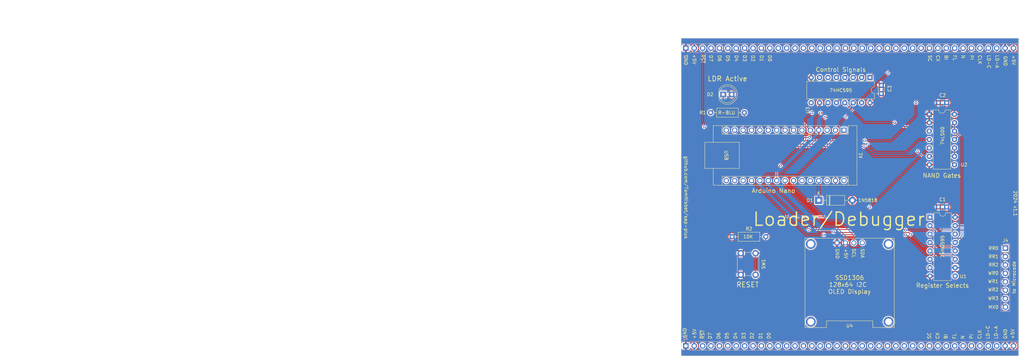
<source format=kicad_pcb>
(kicad_pcb (version 20240108) (generator "pcbnew") (generator_version "8.0")
  (title_block (title "SAP-Plus Loader / Debugger") (date "2024-12-01") (rev "1.1") (company "github.com/TomNisbet/sap-plus"))
  (layers (0 "F.Cu" signal) (31 "B.Cu" signal) (34 "B.Paste" user) (35 "F.Paste" user) (36 "B.SilkS" user "B.Silkscreen") (37 "F.SilkS" user "F.Silkscreen") (38 "B.Mask" user) (39 "F.Mask" user) (44 "Edge.Cuts" user))
  (net 0 "")
  (net 1 "PI")
  (net 2 "N")
  (net 4 "Net-(A1-+5V)")
  (net 8 "RR0")
  (net 9 "RR1")
  (net 10 "RR2")
  (net 11 "WR0")
  (net 12 "WR1")
  (net 13 "WR2")
  (net 14 "D0")
  (net 15 "D1")
  (net 16 "D2")
  (net 17 "D3")
  (net 18 "D4")
  (net 19 "D5")
  (net 20 "D6")
  (net 21 "D7")
  (net 22 "GND")
  (net 29 "+5V")
  (net 30 "Net-(A1-D10)")
  (net 32 "~{RST}")
  (net 33 "/LD0")
  (net 34 "/LD1")
  (net 35 "/~{LD-R}")
  (net 36 "/~{BT-R}")
  (net 37 "Net-(D2-K)")
  (net 41 "FL")
  (net 48 "SC")
  (net 51 "BI")
  (net 53 "CX")
  (net 58 "WR3")
  (net 72 "LD-CLK")
  (net 74 "MX0")
  (net 77 "LD-ACT")
  (net 92 "/RCLK")
  (net 93 "/SER")
  (net 105 "Net-(U2-Pad10)")
  (net 108 "/SDA")
  (net 109 "/SCL")
  (footprint "Capacitor_THT:C_Disc_D3.0mm_W1.6mm_P2.50mm" (layer "F.Cu") (at 162.75 94)
    (property "Reference" "C1" (at 1.25 -2.25 0) (layer "F.SilkS"))
    (property "Value" "0.1uF")
    (pad "1" thru_hole circle (at 0 0) (size 1.6 1.6) (drill 0.8) (layers "*.Cu" "*.Mask") (net 22 "GND"))
    (pad "2" thru_hole circle (at 2.5 0) (size 1.6 1.6) (drill 0.8) (layers "*.Cu" "*.Mask") (net 29 "+5V"))
  )
  (footprint "Capacitor_THT:C_Disc_D3.0mm_W1.6mm_P2.50mm" (layer "F.Cu") (at 162.75 62.5)
    (property "Reference" "C2" (at 1.25 -2.25 0) (layer "F.SilkS"))
    (property "Value" "0.1uF")
    (pad "1" thru_hole circle (at 0 0) (size 1.6 1.6) (drill 0.8) (layers "*.Cu" "*.Mask") (net 22 "GND"))
    (pad "2" thru_hole circle (at 2.5 0) (size 1.6 1.6) (drill 0.8) (layers "*.Cu" "*.Mask") (net 29 "+5V"))
  )
  (footprint "Diode_THT:D_DO-41_SOD81_P10.16mm_Horizontal" (layer "F.Cu") (at 126.6 92)
    (property "Reference" "D1" (at -2.7 0 0) (layer "F.SilkS"))
    (property "Value" "1N5818" (at 14.8 0 0) (layer "F.SilkS"))
    (fp_text user "K" (at 0 -2.1 0) (layer "F.SilkS"))
    (pad "1" thru_hole rect (at 0 0) (size 2.2 2.2) (drill 1.1) (layers "*.Cu" "*.Mask") (net 4 "Net-(A1-+5V)"))
    (pad "2" thru_hole oval (at 10.16 0) (size 2.2 2.2) (drill 1.1) (layers "*.Cu" "*.Mask") (net 29 "+5V"))
  )
  (footprint "Resistor_THT:R_Axial_DIN0207_L6.3mm_D2.5mm_P10.16mm_Horizontal" (layer "F.Cu") (at 100.42 103)
    (property "Reference" "R2" (at 5.08 -2.37 0) (layer "F.SilkS"))
    (property "Value" "10K" (at 4.83 0 0) (layer "F.SilkS"))
    (pad "1" thru_hole circle (at 0 0) (size 1.6 1.6) (drill 0.8) (layers "*.Cu" "*.Mask") (net 29 "+5V"))
    (pad "2" thru_hole oval (at 10.16 0) (size 1.6 1.6) (drill 0.8) (layers "*.Cu" "*.Mask") (net 36 "/~{BT-R}"))
  )
  (footprint "Package_DIP:DIP-14_W7.62mm" (layer "F.Cu") (at 160 66)
    (property "Reference" "U2" (at 10.5 15.25 0) (layer "F.SilkS"))
    (property "Value" "74LS00" (at 4 6.5 90) (layer "F.SilkS"))
    (fp_text user "NAND Gates" (at 3.8 18.5 0) (layer "F.SilkS") (effects (font (size 1.3 1.3) (thickness 0.17))))
    (pad "1" thru_hole rect (at 0 0) (size 1.6 1.6) (drill 0.8) (layers "*.Cu" "*.Mask") (net 22 "GND"))
    (pad "2" thru_hole oval (at 0 2.54) (size 1.6 1.6) (drill 0.8) (layers "*.Cu" "*.Mask") (net 22 "GND"))
    (pad "3" thru_hole oval (at 0 5.08) (size 1.6 1.6) (drill 0.8) (layers "*.Cu" "*.Mask"))
    (pad "4" thru_hole oval (at 0 7.62) (size 1.6 1.6) (drill 0.8) (layers "*.Cu" "*.Mask") (net 35 "/~{LD-R}"))
    (pad "5" thru_hole oval (at 0 10.16) (size 1.6 1.6) (drill 0.8) (layers "*.Cu" "*.Mask") (net 36 "/~{BT-R}"))
    (pad "6" thru_hole oval (at 0 12.7) (size 1.6 1.6) (drill 0.8) (layers "*.Cu" "*.Mask") (net 105 "Net-(U2-Pad10)"))
    (pad "7" thru_hole oval (at 0 15.24) (size 1.6 1.6) (drill 0.8) (layers "*.Cu" "*.Mask") (net 22 "GND"))
    (pad "8" thru_hole oval (at 7.62 15.24) (size 1.6 1.6) (drill 0.8) (layers "*.Cu" "*.Mask") (net 32 "~{RST}"))
    (pad "9" thru_hole oval (at 7.62 12.7) (size 1.6 1.6) (drill 0.8) (layers "*.Cu" "*.Mask") (net 105 "Net-(U2-Pad10)"))
    (pad "10" thru_hole oval (at 7.62 10.16) (size 1.6 1.6) (drill 0.8) (layers "*.Cu" "*.Mask") (net 105 "Net-(U2-Pad10)"))
    (pad "11" thru_hole oval (at 7.62 7.62) (size 1.6 1.6) (drill 0.8) (layers "*.Cu" "*.Mask") (net 77 "LD-ACT"))
    (pad "12" thru_hole oval (at 7.62 5.08) (size 1.6 1.6) (drill 0.8) (layers "*.Cu" "*.Mask") (net 30 "Net-(A1-D10)"))
    (pad "13" thru_hole oval (at 7.62 2.54) (size 1.6 1.6) (drill 0.8) (layers "*.Cu" "*.Mask") (net 30 "Net-(A1-D10)"))
    (pad "14" thru_hole oval (at 7.62 0) (size 1.6 1.6) (drill 0.8) (layers "*.Cu" "*.Mask") (net 29 "+5V"))
  )
  (footprint "Button_Switch_THT:SW_PUSH_6mm" (layer "F.Cu") (at 103 114.5 90)
    (property "Reference" "SW1" (at 3.25 6.9 90) (layer "F.SilkS"))
    (property "Value" "RESET" (at -3 2.1 180) (layer "F.SilkS") (effects (font (size 1.5 1.5) (thickness 0.2))))
    (pad "1" thru_hole circle (at 0 0 180) (size 2 2) (drill 1.1) (layers "*.Cu" "*.Mask") (net 22 "GND"))
    (pad "1" thru_hole circle (at 6.5 0 180) (size 2 2) (drill 1.1) (layers "*.Cu" "*.Mask") (net 22 "GND"))
    (pad "2" thru_hole circle (at 0 4.5 180) (size 2 2) (drill 1.1) (layers "*.Cu" "*.Mask") (net 36 "/~{BT-R}"))
    (pad "2" thru_hole circle (at 6.5 4.5 180) (size 2 2) (drill 1.1) (layers "*.Cu" "*.Mask") (net 36 "/~{BT-R}"))
  )
  (footprint "Package_DIP:DIP-16_W7.62mm" (layer "F.Cu") (at 160.2 97.125)
    (property "Reference" "U1" (at 10.05 17.875 0) (layer "F.SilkS"))
    (property "Value" "74HC595" (at 3.81 8.875 90) (layer "F.SilkS"))
    (pad "1" thru_hole rect (at 0 0) (size 1.6 1.6) (drill 0.8) (layers "*.Cu" "*.Mask") (net 9 "RR1"))
    (pad "2" thru_hole oval (at 0 2.54) (size 1.6 1.6) (drill 0.8) (layers "*.Cu" "*.Mask") (net 10 "RR2"))
    (pad "3" thru_hole oval (at 0 5.08) (size 1.6 1.6) (drill 0.8) (layers "*.Cu" "*.Mask") (net 11 "WR0"))
    (pad "4" thru_hole oval (at 0 7.62) (size 1.6 1.6) (drill 0.8) (layers "*.Cu" "*.Mask") (net 12 "WR1"))
    (pad "5" thru_hole oval (at 0 10.16) (size 1.6 1.6) (drill 0.8) (layers "*.Cu" "*.Mask") (net 13 "WR2"))
    (pad "6" thru_hole oval (at 0 12.7) (size 1.6 1.6) (drill 0.8) (layers "*.Cu" "*.Mask") (net 58 "WR3"))
    (pad "7" thru_hole oval (at 0 15.24) (size 1.6 1.6) (drill 0.8) (layers "*.Cu" "*.Mask") (net 74 "MX0"))
    (pad "8" thru_hole oval (at 0 17.78) (size 1.6 1.6) (drill 0.8) (layers "*.Cu" "*.Mask") (net 22 "GND"))
    (pad "9" thru_hole oval (at 7.62 17.78) (size 1.6 1.6) (drill 0.8) (layers "*.Cu" "*.Mask"))
    (pad "10" thru_hole oval (at 7.62 15.24) (size 1.6 1.6) (drill 0.8) (layers "*.Cu" "*.Mask") (net 29 "+5V"))
    (pad "11" thru_hole oval (at 7.62 12.7) (size 1.6 1.6) (drill 0.8) (layers "*.Cu" "*.Mask") (net 34 "/LD1"))
    (pad "12" thru_hole oval (at 7.62 10.16) (size 1.6 1.6) (drill 0.8) (layers "*.Cu" "*.Mask") (net 92 "/RCLK"))
    (pad "13" thru_hole oval (at 7.62 7.62) (size 1.6 1.6) (drill 0.8) (layers "*.Cu" "*.Mask") (net 30 "Net-(A1-D10)"))
    (pad "14" thru_hole oval (at 7.62 5.08) (size 1.6 1.6) (drill 0.8) (layers "*.Cu" "*.Mask") (net 93 "/SER"))
    (pad "15" thru_hole oval (at 7.62 2.54) (size 1.6 1.6) (drill 0.8) (layers "*.Cu" "*.Mask") (net 8 "RR0"))
    (pad "16" thru_hole oval (at 7.62 0) (size 1.6 1.6) (drill 0.8) (layers "*.Cu" "*.Mask") (net 29 "+5V"))
  )
  (footprint "Package_DIP:DIP-16_W7.62mm" (layer "F.Cu") (at 142.08 54.88 -90)
    (property "Reference" "U3" (at 9.87 18.83 90) (layer "F.SilkS"))
    (property "Value" "74HC595" (at 3.87 8.83 180) (layer "F.SilkS"))
    (pad "1" thru_hole rect (at 0 0 270) (size 1.6 1.6) (drill 0.8) (layers "*.Cu" "*.Mask") (net 2 "N"))
    (pad "2" thru_hole oval (at 0 2.54 270) (size 1.6 1.6) (drill 0.8) (layers "*.Cu" "*.Mask") (net 41 "FL"))
    (pad "3" thru_hole oval (at 0 5.08 270) (size 1.6 1.6) (drill 0.8) (layers "*.Cu" "*.Mask") (net 51 "BI"))
    (pad "4" thru_hole oval (at 0 7.62 270) (size 1.6 1.6) (drill 0.8) (layers "*.Cu" "*.Mask") (net 53 "CX"))
    (pad "5" thru_hole oval (at 0 10.16 270) (size 1.6 1.6) (drill 0.8) (layers "*.Cu" "*.Mask") (net 48 "SC"))
    (pad "6" thru_hole oval (at 0 12.7 270) (size 1.6 1.6) (drill 0.8) (layers "*.Cu" "*.Mask"))
    (pad "7" thru_hole oval (at 0 15.24 270) (size 1.6 1.6) (drill 0.8) (layers "*.Cu" "*.Mask"))
    (pad "8" thru_hole oval (at 0 17.78 270) (size 1.6 1.6) (drill 0.8) (layers "*.Cu" "*.Mask") (net 22 "GND"))
    (pad "9" thru_hole oval (at 7.62 17.78 270) (size 1.6 1.6) (drill 0.8) (layers "*.Cu" "*.Mask"))
    (pad "10" thru_hole oval (at 7.62 15.24 270) (size 1.6 1.6) (drill 0.8) (layers "*.Cu" "*.Mask") (net 29 "+5V"))
    (pad "11" thru_hole oval (at 7.62 12.7 270) (size 1.6 1.6) (drill 0.8) (layers "*.Cu" "*.Mask") (net 33 "/LD0"))
    (pad "12" thru_hole oval (at 7.62 10.16 270) (size 1.6 1.6) (drill 0.8) (layers "*.Cu" "*.Mask") (net 92 "/RCLK"))
    (pad "13" thru_hole oval (at 7.62 7.62 270) (size 1.6 1.6) (drill 0.8) (layers "*.Cu" "*.Mask") (net 30 "Net-(A1-D10)"))
    (pad "14" thru_hole oval (at 7.62 5.08 270) (size 1.6 1.6) (drill 0.8) (layers "*.Cu" "*.Mask") (net 93 "/SER"))
    (pad "15" thru_hole oval (at 7.62 2.54 270) (size 1.6 1.6) (drill 0.8) (layers "*.Cu" "*.Mask") (net 1 "PI"))
    (pad "16" thru_hole oval (at 7.62 0 270) (size 1.6 1.6) (drill 0.8) (layers "*.Cu" "*.Mask") (net 29 "+5V"))
  )
  (footprint "Module:Arduino_Nano" (layer "F.Cu") (at 134.2 70.8 -90)
    (property "Reference" "A1" (at 7.62 -5.08 -90) (layer "F.SilkS"))
    (property "Value" "Arduino Nano" (at 18.3 21.3 0) (layer "F.SilkS") (effects (font (size 1.3 1.3) (thickness 0.17))))
    (fp_text user "USB" (at 7.62 35.56 -90) (layer "F.SilkS"))
    (pad "1" thru_hole rect (at 0 0 270) (size 1.6 1.6) (drill 1) (layers "*.Cu" "*.Mask"))
    (pad "2" thru_hole oval (at 0 2.54 270) (size 1.6 1.6) (drill 1) (layers "*.Cu" "*.Mask"))
    (pad "3" thru_hole oval (at 0 5.08 270) (size 1.6 1.6) (drill 1) (layers "*.Cu" "*.Mask"))
    (pad "4" thru_hole oval (at 0 7.62 270) (size 1.6 1.6) (drill 1) (layers "*.Cu" "*.Mask") (net 22 "GND"))
    (pad "5" thru_hole oval (at 0 10.16 270) (size 1.6 1.6) (drill 1) (layers "*.Cu" "*.Mask") (net 14 "D0"))
    (pad "6" thru_hole oval (at 0 12.7 270) (size 1.6 1.6) (drill 1) (layers "*.Cu" "*.Mask") (net 15 "D1"))
    (pad "7" thru_hole oval (at 0 15.24 270) (size 1.6 1.6) (drill 1) (layers "*.Cu" "*.Mask") (net 16 "D2"))
    (pad "8" thru_hole oval (at 0 17.78 270) (size 1.6 1.6) (drill 1) (layers "*.Cu" "*.Mask") (net 17 "D3"))
    (pad "9" thru_hole oval (at 0 20.32 270) (size 1.6 1.6) (drill 1) (layers "*.Cu" "*.Mask") (net 18 "D4"))
    (pad "10" thru_hole oval (at 0 22.86 270) (size 1.6 1.6) (drill 1) (layers "*.Cu" "*.Mask") (net 19 "D5"))
    (pad "11" thru_hole oval (at 0 25.4 270) (size 1.6 1.6) (drill 1) (layers "*.Cu" "*.Mask") (net 20 "D6"))
    (pad "12" thru_hole oval (at 0 27.94 270) (size 1.6 1.6) (drill 1) (layers "*.Cu" "*.Mask") (net 21 "D7"))
    (pad "13" thru_hole oval (at 0 30.48 270) (size 1.6 1.6) (drill 1) (layers "*.Cu" "*.Mask") (net 30 "Net-(A1-D10)"))
    (pad "14" thru_hole oval (at 0 33.02 270) (size 1.6 1.6) (drill 1) (layers "*.Cu" "*.Mask") (net 72 "LD-CLK"))
    (pad "15" thru_hole oval (at 0 35.56 270) (size 1.6 1.6) (drill 1) (layers "*.Cu" "*.Mask") (net 35 "/~{LD-R}"))
    (pad "16" thru_hole oval (at 15.24 35.56 270) (size 1.6 1.6) (drill 1) (layers "*.Cu" "*.Mask"))
    (pad "17" thru_hole oval (at 15.24 33.02 270) (size 1.6 1.6) (drill 1) (layers "*.Cu" "*.Mask"))
    (pad "18" thru_hole oval (at 15.24 30.48 270) (size 1.6 1.6) (drill 1) (layers "*.Cu" "*.Mask"))
    (pad "19" thru_hole oval (at 15.24 27.94 270) (size 1.6 1.6) (drill 1) (layers "*.Cu" "*.Mask") (net 34 "/LD1"))
    (pad "20" thru_hole oval (at 15.24 25.4 270) (size 1.6 1.6) (drill 1) (layers "*.Cu" "*.Mask") (net 93 "/SER"))
    (pad "21" thru_hole oval (at 15.24 22.86 270) (size 1.6 1.6) (drill 1) (layers "*.Cu" "*.Mask") (net 92 "/RCLK"))
    (pad "22" thru_hole oval (at 15.24 20.32 270) (size 1.6 1.6) (drill 1) (layers "*.Cu" "*.Mask") (net 33 "/LD0"))
    (pad "23" thru_hole oval (at 15.24 17.78 270) (size 1.6 1.6) (drill 1) (layers "*.Cu" "*.Mask") (net 108 "/SDA"))
    (pad "24" thru_hole oval (at 15.24 15.24 270) (size 1.6 1.6) (drill 1) (layers "*.Cu" "*.Mask") (net 109 "/SCL"))
    (pad "25" thru_hole oval (at 15.24 12.7 270) (size 1.6 1.6) (drill 1) (layers "*.Cu" "*.Mask"))
    (pad "26" thru_hole oval (at 15.24 10.16 270) (size 1.6 1.6) (drill 1) (layers "*.Cu" "*.Mask"))
    (pad "27" thru_hole oval (at 15.24 7.62 270) (size 1.6 1.6) (drill 1) (layers "*.Cu" "*.Mask") (net 4 "Net-(A1-+5V)"))
    (pad "28" thru_hole oval (at 15.24 5.08 270) (size 1.6 1.6) (drill 1) (layers "*.Cu" "*.Mask"))
    (pad "29" thru_hole oval (at 15.24 2.54 270) (size 1.6 1.6) (drill 1) (layers "*.Cu" "*.Mask") (net 22 "GND"))
    (pad "30" thru_hole oval (at 15.24 0 270) (size 1.6 1.6) (drill 1) (layers "*.Cu" "*.Mask"))
  )
  (footprint "Resistor_THT:R_Axial_DIN0207_L6.3mm_D2.5mm_P10.16mm_Horizontal" (layer "F.Cu") (at 93.92 65.5)
    (property "Reference" "R1" (at -2.42 0 0) (layer "F.SilkS"))
    (property "Value" "R-BLU" (at 4.83 0 0) (layer "F.SilkS"))
    (pad "1" thru_hole circle (at 0 0) (size 1.6 1.6) (drill 0.8) (layers "*.Cu" "*.Mask") (net 37 "Net-(D2-K)"))
    (pad "2" thru_hole oval (at 10.16 0) (size 1.6 1.6) (drill 0.8) (layers "*.Cu" "*.Mask") (net 30 "Net-(A1-D10)"))
  )
  (footprint "LED_THT:LED_D5.0mm" (layer "F.Cu") (at 97.725 60)
    (property "Reference" "D2" (at -3.975 0 0) (layer "F.SilkS"))
    (property "Value" "LDR Active" (at 1.275 -4.75 0) (layer "F.SilkS") (effects (font (size 1.5 1.5) (thickness 0.2))))
    (pad "1" thru_hole rect (at 0 0) (size 1.8 1.8) (drill 0.9) (layers "*.Cu" "*.Mask") (net 37 "Net-(D2-K)"))
    (pad "2" thru_hole circle (at 2.54 0) (size 1.8 1.8) (drill 0.9) (layers "*.Cu" "*.Mask") (net 29 "+5V"))
  )
  (footprint "Capacitor_THT:C_Disc_D3.0mm_W1.6mm_P2.50mm" (layer "F.Cu") (at 145.5 57.25 -90)
    (property "Reference" "C3" (at 1 -2.5 -90) (layer "F.SilkS"))
    (property "Value" "0.1uF")
    (pad "1" thru_hole circle (at 0 0 270) (size 1.6 1.6) (drill 0.8) (layers "*.Cu" "*.Mask") (net 22 "GND"))
    (pad "2" thru_hole circle (at 2.5 0 270) (size 1.6 1.6) (drill 0.8) (layers "*.Cu" "*.Mask") (net 29 "+5V"))
  )
  (footprint "myDisplays:MODULE_DM-OLED096-636-27" (layer "F.Cu") (at 135.93 117.45)
    (property "Reference" "U4" (at -0.03 12.45 0) (layer "F.SilkS"))
    (property "Value" "DM-OLED096-636")
    (pad "1" thru_hole rect (at -3.81 -12.6) (size 1.508 1.508) (drill 1) (layers "*.Cu" "*.Mask") (net 22 "GND"))
    (pad "2" thru_hole circle (at -1.27 -12.6) (size 1.508 1.508) (drill 1) (layers "*.Cu" "*.Mask") (net 29 "+5V"))
    (pad "3" thru_hole circle (at 1.27 -12.6) (size 1.508 1.508) (drill 1) (layers "*.Cu" "*.Mask") (net 109 "/SCL"))
    (pad "4" thru_hole circle (at 3.81 -12.6) (size 1.508 1.508) (drill 1) (layers "*.Cu" "*.Mask") (net 108 "/SDA"))
    (pad "S1" thru_hole circle (at -11.75 -12.25) (size 3 3) (drill 2) (layers "*.Cu" "*.Mask"))
    (pad "S2" thru_hole circle (at 11.75 -12.25) (size 3 3) (drill 2) (layers "*.Cu" "*.Mask"))
    (pad "S3" thru_hole circle (at 11.75 11.25) (size 3 3) (drill 2) (layers "*.Cu" "*.Mask"))
    (pad "S4" thru_hole circle (at -11.75 11.25) (size 3 3) (drill 2) (layers "*.Cu" "*.Mask"))
  )
  (footprint "Connector_PinHeader_2.54mm:PinHeader_1x40_P2.54mm_Vertical" (layer "B.Cu") (at 86.4 46 -90)
    (property "Reference" "J1" (at 2.6 -0.1 -90) (layer "B.SilkS") (effects (justify mirror)))
    (property "Value" "Bus")
    (pad "1" thru_hole rect (at 0 0 270) (size 1.7 1.7) (drill 1) (layers "*.Cu" "*.Mask") (net 22 "GND"))
    (pad "2" thru_hole oval (at 0 -2.54 270) (size 1.7 1.7) (drill 1) (layers "*.Cu" "*.Mask") (net 29 "+5V"))
    (pad "3" thru_hole oval (at 0 -5.08 270) (size 1.7 1.7) (drill 1) (layers "*.Cu" "*.Mask") (net 32 "~{RST}"))
    (pad "4" thru_hole oval (at 0 -7.62 270) (size 1.7 1.7) (drill 1) (layers "*.Cu" "*.Mask") (net 21 "D7"))
    (pad "5" thru_hole oval (at 0 -10.16 270) (size 1.7 1.7) (drill 1) (layers "*.Cu" "*.Mask") (net 20 "D6"))
    (pad "6" thru_hole oval (at 0 -12.7 270) (size 1.7 1.7) (drill 1) (layers "*.Cu" "*.Mask") (net 19 "D5"))
    (pad "7" thru_hole oval (at 0 -15.24 270) (size 1.7 1.7) (drill 1) (layers "*.Cu" "*.Mask") (net 18 "D4"))
    (pad "8" thru_hole oval (at 0 -17.78 270) (size 1.7 1.7) (drill 1) (layers "*.Cu" "*.Mask") (net 17 "D3"))
    (pad "9" thru_hole oval (at 0 -20.32 270) (size 1.7 1.7) (drill 1) (layers "*.Cu" "*.Mask") (net 16 "D2"))
    (pad "10" thru_hole oval (at 0 -22.86 270) (size 1.7 1.7) (drill 1) (layers "*.Cu" "*.Mask") (net 15 "D1"))
    (pad "11" thru_hole oval (at 0 -25.4 270) (size 1.7 1.7) (drill 1) (layers "*.Cu" "*.Mask") (net 14 "D0"))
    (pad "12" thru_hole oval (at 0 -27.94 270) (size 1.7 1.7) (drill 1) (layers "*.Cu" "*.Mask"))
    (pad "13" thru_hole oval (at 0 -30.48 270) (size 1.7 1.7) (drill 1) (layers "*.Cu" "*.Mask"))
    (pad "14" thru_hole oval (at 0 -33.02 270) (size 1.7 1.7) (drill 1) (layers "*.Cu" "*.Mask"))
    (pad "15" thru_hole oval (at 0 -35.56 270) (size 1.7 1.7) (drill 1) (layers "*.Cu" "*.Mask"))
    (pad "16" thru_hole oval (at 0 -38.1 270) (size 1.7 1.7) (drill 1) (layers "*.Cu" "*.Mask"))
    (pad "17" thru_hole oval (at 0 -40.64 270) (size 1.7 1.7) (drill 1) (layers "*.Cu" "*.Mask"))
    (pad "18" thru_hole oval (at 0 -43.18 270) (size 1.7 1.7) (drill 1) (layers "*.Cu" "*.Mask"))
    (pad "19" thru_hole oval (at 0 -45.72 270) (size 1.7 1.7) (drill 1) (layers "*.Cu" "*.Mask"))
    (pad "20" thru_hole oval (at 0 -48.26 270) (size 1.7 1.7) (drill 1) (layers "*.Cu" "*.Mask"))
    (pad "21" thru_hole oval (at 0 -50.8 270) (size 1.7 1.7) (drill 1) (layers "*.Cu" "*.Mask"))
    (pad "22" thru_hole oval (at 0 -53.34 270) (size 1.7 1.7) (drill 1) (layers "*.Cu" "*.Mask"))
    (pad "23" thru_hole oval (at 0 -55.88 270) (size 1.7 1.7) (drill 1) (layers "*.Cu" "*.Mask"))
    (pad "24" thru_hole oval (at 0 -58.42 270) (size 1.7 1.7) (drill 1) (layers "*.Cu" "*.Mask"))
    (pad "25" thru_hole oval (at 0 -60.96 270) (size 1.7 1.7) (drill 1) (layers "*.Cu" "*.Mask"))
    (pad "26" thru_hole oval (at 0 -63.5 270) (size 1.7 1.7) (drill 1) (layers "*.Cu" "*.Mask"))
    (pad "27" thru_hole oval (at 0 -66.04 270) (size 1.7 1.7) (drill 1) (layers "*.Cu" "*.Mask"))
    (pad "28" thru_hole oval (at 0 -68.58 270) (size 1.7 1.7) (drill 1) (layers "*.Cu" "*.Mask"))
    (pad "29" thru_hole oval (at 0 -71.12 270) (size 1.7 1.7) (drill 1) (layers "*.Cu" "*.Mask"))
    (pad "30" thru_hole oval (at 0 -73.66 270) (size 1.7 1.7) (drill 1) (layers "*.Cu" "*.Mask") (net 48 "SC"))
    (pad "31" thru_hole oval (at 0 -76.2 270) (size 1.7 1.7) (drill 1) (layers "*.Cu" "*.Mask") (net 53 "CX"))
    (pad "32" thru_hole oval (at 0 -78.74 270) (size 1.7 1.7) (drill 1) (layers "*.Cu" "*.Mask") (net 51 "BI"))
    (pad "33" thru_hole oval (at 0 -81.28 270) (size 1.7 1.7) (drill 1) (layers "*.Cu" "*.Mask") (net 41 "FL"))
    (pad "34" thru_hole oval (at 0 -83.82 270) (size 1.7 1.7) (drill 1) (layers "*.Cu" "*.Mask") (net 2 "N"))
    (pad "35" thru_hole oval (at 0 -86.36 270) (size 1.7 1.7) (drill 1) (layers "*.Cu" "*.Mask") (net 1 "PI"))
    (pad "36" thru_hole oval (at 0 -88.9 270) (size 1.7 1.7) (drill 1) (layers "*.Cu" "*.Mask"))
    (pad "37" thru_hole oval (at 0 -91.44 270) (size 1.7 1.7) (drill 1) (layers "*.Cu" "*.Mask") (net 72 "LD-CLK"))
    (pad "38" thru_hole oval (at 0 -93.98 270) (size 1.7 1.7) (drill 1) (layers "*.Cu" "*.Mask") (net 77 "LD-ACT"))
    (pad "39" thru_hole oval (at 0 -96.52 270) (size 1.7 1.7) (drill 1) (layers "*.Cu" "*.Mask") (net 22 "GND"))
    (pad "40" thru_hole oval (at 0 -99.06 270) (size 1.7 1.7) (drill 1) (layers "*.Cu" "*.Mask") (net 29 "+5V"))
  )
  (footprint "Connector_PinHeader_2.54mm:PinHeader_1x40_P2.54mm_Vertical" (layer "B.Cu") (at 86.4 136 -90)
    (property "Reference" "J2" (at -2.5 0 -90) (layer "B.SilkS") (effects (justify mirror)))
    (property "Value" "Bus")
    (pad "1" thru_hole rect (at 0 0 270) (size 1.7 1.7) (drill 1) (layers "*.Cu" "*.Mask") (net 22 "GND"))
    (pad "2" thru_hole oval (at 0 -2.54 270) (size 1.7 1.7) (drill 1) (layers "*.Cu" "*.Mask") (net 29 "+5V"))
    (pad "3" thru_hole oval (at 0 -5.08 270) (size 1.7 1.7) (drill 1) (layers "*.Cu" "*.Mask"))
    (pad "4" thru_hole oval (at 0 -7.62 270) (size 1.7 1.7) (drill 1) (layers "*.Cu" "*.Mask"))
    (pad "5" thru_hole oval (at 0 -10.16 270) (size 1.7 1.7) (drill 1) (layers "*.Cu" "*.Mask"))
    (pad "6" thru_hole oval (at 0 -12.7 270) (size 1.7 1.7) (drill 1) (layers "*.Cu" "*.Mask"))
    (pad "7" thru_hole oval (at 0 -15.24 270) (size 1.7 1.7) (drill 1) (layers "*.Cu" "*.Mask"))
    (pad "8" thru_hole oval (at 0 -17.78 270) (size 1.7 1.7) (drill 1) (layers "*.Cu" "*.Mask"))
    (pad "9" thru_hole oval (at 0 -20.32 270) (size 1.7 1.7) (drill 1) (layers "*.Cu" "*.Mask"))
    (pad "10" thru_hole oval (at 0 -22.86 270) (size 1.7 1.7) (drill 1) (layers "*.Cu" "*.Mask"))
    (pad "11" thru_hole oval (at 0 -25.4 270) (size 1.7 1.7) (drill 1) (layers "*.Cu" "*.Mask"))
    (pad "12" thru_hole oval (at 0 -27.94 270) (size 1.7 1.7) (drill 1) (layers "*.Cu" "*.Mask"))
    (pad "13" thru_hole oval (at 0 -30.48 270) (size 1.7 1.7) (drill 1) (layers "*.Cu" "*.Mask"))
    (pad "14" thru_hole oval (at 0 -33.02 270) (size 1.7 1.7) (drill 1) (layers "*.Cu" "*.Mask"))
    (pad "15" thru_hole oval (at 0 -35.56 270) (size 1.7 1.7) (drill 1) (layers "*.Cu" "*.Mask"))
    (pad "16" thru_hole oval (at 0 -38.1 270) (size 1.7 1.7) (drill 1) (layers "*.Cu" "*.Mask"))
    (pad "17" thru_hole oval (at 0 -40.64 270) (size 1.7 1.7) (drill 1) (layers "*.Cu" "*.Mask"))
    (pad "18" thru_hole oval (at 0 -43.18 270) (size 1.7 1.7) (drill 1) (layers "*.Cu" "*.Mask"))
    (pad "19" thru_hole oval (at 0 -45.72 270) (size 1.7 1.7) (drill 1) (layers "*.Cu" "*.Mask"))
    (pad "20" thru_hole oval (at 0 -48.26 270) (size 1.7 1.7) (drill 1) (layers "*.Cu" "*.Mask"))
    (pad "21" thru_hole oval (at 0 -50.8 270) (size 1.7 1.7) (drill 1) (layers "*.Cu" "*.Mask"))
    (pad "22" thru_hole oval (at 0 -53.34 270) (size 1.7 1.7) (drill 1) (layers "*.Cu" "*.Mask"))
    (pad "23" thru_hole oval (at 0 -55.88 270) (size 1.7 1.7) (drill 1) (layers "*.Cu" "*.Mask"))
    (pad "24" thru_hole oval (at 0 -58.42 270) (size 1.7 1.7) (drill 1) (layers "*.Cu" "*.Mask"))
    (pad "25" thru_hole oval (at 0 -60.96 270) (size 1.7 1.7) (drill 1) (layers "*.Cu" "*.Mask"))
    (pad "26" thru_hole oval (at 0 -63.5 270) (size 1.7 1.7) (drill 1) (layers "*.Cu" "*.Mask"))
    (pad "27" thru_hole oval (at 0 -66.04 270) (size 1.7 1.7) (drill 1) (layers "*.Cu" "*.Mask"))
    (pad "28" thru_hole oval (at 0 -68.58 270) (size 1.7 1.7) (drill 1) (layers "*.Cu" "*.Mask"))
    (pad "29" thru_hole oval (at 0 -71.12 270) (size 1.7 1.7) (drill 1) (layers "*.Cu" "*.Mask"))
    (pad "30" thru_hole oval (at 0 -73.66 270) (size 1.7 1.7) (drill 1) (layers "*.Cu" "*.Mask"))
    (pad "31" thru_hole oval (at 0 -76.2 270) (size 1.7 1.7) (drill 1) (layers "*.Cu" "*.Mask"))
    (pad "32" thru_hole oval (at 0 -78.74 270) (size 1.7 1.7) (drill 1) (layers "*.Cu" "*.Mask"))
    (pad "33" thru_hole oval (at 0 -81.28 270) (size 1.7 1.7) (drill 1) (layers "*.Cu" "*.Mask"))
    (pad "34" thru_hole oval (at 0 -83.82 270) (size 1.7 1.7) (drill 1) (layers "*.Cu" "*.Mask"))
    (pad "35" thru_hole oval (at 0 -86.36 270) (size 1.7 1.7) (drill 1) (layers "*.Cu" "*.Mask"))
    (pad "36" thru_hole oval (at 0 -88.9 270) (size 1.7 1.7) (drill 1) (layers "*.Cu" "*.Mask"))
    (pad "37" thru_hole oval (at 0 -91.44 270) (size 1.7 1.7) (drill 1) (layers "*.Cu" "*.Mask"))
    (pad "38" thru_hole oval (at 0 -93.98 270) (size 1.7 1.7) (drill 1) (layers "*.Cu" "*.Mask"))
    (pad "39" thru_hole oval (at 0 -96.52 270) (size 1.7 1.7) (drill 1) (layers "*.Cu" "*.Mask") (net 22 "GND"))
    (pad "40" thru_hole oval (at 0 -99.06 270) (size 1.7 1.7) (drill 1) (layers "*.Cu" "*.Mask") (net 29 "+5V"))
  )
  (footprint "Connector_PinHeader_2.54mm:PinHeader_1x08_P2.54mm_Vertical" (layer "B.Cu") (at 183 106.46 180)
    (property "Reference" "J4" (at 0 2.33 0) (layer "F.SilkS"))
    (property "Value" "to Microcode" (at -2.6 -8.84 90) (layer "F.SilkS"))
    (pad "1" thru_hole rect (at 0 0 180) (size 1.7 1.7) (drill 1) (layers "*.Cu" "*.Mask") (net 8 "RR0"))
    (pad "2" thru_hole oval (at 0 -2.54 180) (size 1.7 1.7) (drill 1) (layers "*.Cu" "*.Mask") (net 9 "RR1"))
    (pad "3" thru_hole oval (at 0 -5.08 180) (size 1.7 1.7) (drill 1) (layers "*.Cu" "*.Mask") (net 10 "RR2"))
    (pad "4" thru_hole oval (at 0 -7.62 180) (size 1.7 1.7) (drill 1) (layers "*.Cu" "*.Mask") (net 11 "WR0"))
    (pad "5" thru_hole oval (at 0 -10.16 180) (size 1.7 1.7) (drill 1) (layers "*.Cu" "*.Mask") (net 12 "WR1"))
    (pad "6" thru_hole oval (at 0 -12.7 180) (size 1.7 1.7) (drill 1) (layers "*.Cu" "*.Mask") (net 13 "WR2"))
    (pad "7" thru_hole oval (at 0 -15.24 180) (size 1.7 1.7) (drill 1) (layers "*.Cu" "*.Mask") (net 58 "WR3"))
    (pad "8" thru_hole oval (at 0 -17.78 180) (size 1.7 1.7) (drill 1) (layers "*.Cu" "*.Mask") (net 74 "MX0"))
  )
  (gr_line (start 85 139) (end 85 43) (stroke (width 0.1)) (layer "Edge.Cuts"))
  (gr_line (start 187 139) (end 85 139) (stroke (width 0.1)) (layer "Edge.Cuts"))
  (gr_line (start 187 43) (end 187 139) (stroke (width 0.1)) (layer "Edge.Cuts"))
  (gr_line (start 85 43) (end 187 43) (stroke (width 0.1)) (layer "Edge.Cuts"))
  (gr_text "WR0" (at 181 114 0) (layer "F.SilkS") (effects (font (size 1 1)) (justify right)))
  (gr_text "CX" (at 162.6 48 270) (layer "F.SilkS") (effects (font (size 1 1)) (justify left)))
  (gr_text "LD-A" (at 180.5 48 270) (layer "F.SilkS") (effects (font (size 1 1)) (justify left)))
  (gr_text "MX0" (at 181 124.3 0) (layer "F.SilkS") (effects (font (size 1 1)) (justify right)))
  (gr_text "D6" (at 96.6 48 270) (layer "F.SilkS") (effects (font (size 1 1)) (justify left)))
  (gr_text "WR1" (at 181 116.5 0) (layer "F.SilkS") (effects (font (size 1 1)) (justify right)))
  (gr_text "WR2" (at 181 119 0) (layer "F.SilkS") (effects (font (size 1 1)) (justify right)))
  (gr_text "LD-C" (at 177.71 134 90) (layer "F.SilkS") (effects (font (size 1 1)) (justify left)))
  (gr_text "LD-A" (at 180.21 134 90) (layer "F.SilkS") (effects (font (size 1 1)) (justify left)))
  (gr_text "D1" (at 109.01 134 90) (layer "F.SilkS") (effects (font (size 1 1)) (justify left)))
  (gr_text "~{RST}" (at 91.5 47.75 270) (layer "F.SilkS") (effects (font (size 1 1)) (justify left)))
  (gr_text "BI" (at 165.1 48 270) (layer "F.SilkS") (effects (font (size 1 1)) (justify left)))
  (gr_text "N" (at 170.2 48 270) (layer "F.SilkS") (effects (font (size 1 1)) (justify left)))
  (gr_text "D1" (at 109.3 48 270) (layer "F.SilkS") (effects (font (size 1 1)) (justify left)))
  (gr_text "RR1" (at 181 109 0) (layer "F.SilkS") (effects (font (size 1 1)) (justify right)))
  (gr_text "Register Selects" (at 164 118.5 0) (layer "F.SilkS") (effects (font (size 1.3 1.3) (thickness 0.17)) (justify bottom)))
  (gr_text "D7" (at 93.71 134 90) (layer "F.SilkS") (effects (font (size 1 1)) (justify left)))
  (gr_text "D3" (at 103.91 134 90) (layer "F.SilkS") (effects (font (size 1 1)) (justify left)))
  (gr_text "Loader/Debugger" (at 132.7 97.7 0) (layer "F.SilkS") (effects (font (size 4 4) (thickness 0.4))))
  (gr_text "CLK" (at 175.3 48 270) (layer "F.SilkS") (effects (font (size 1 1)) (justify left)))
  (gr_text "GND" (at 132.2 106.5 270) (layer "F.SilkS") (effects (font (size 1 1)) (justify left)))
  (gr_text "+5V" (at 185.5 48 270) (layer "F.SilkS") (effects (font (size 1 1)) (justify left)))
  (gr_text "GND" (at 86.4 48 270) (layer "F.SilkS") (effects (font (size 1 1)) (justify left)))
  (gr_text "BI" (at 165.01 134 90) (layer "F.SilkS") (effects (font (size 1 1)) (justify left)))
  (gr_text "2024 v${REVISION}" (at 186 89 270) (layer "F.SilkS") (effects (font (size 1 1)) (justify left)))
  (gr_text "RR0" (at 181 106.5 0) (layer "F.SilkS") (effects (font (size 1 1)) (justify right)))
  (gr_text "+5V" (at 89 134 90) (layer "F.SilkS") (effects (font (size 1 1)) (justify left)))
  (gr_text "FL" (at 167.7 48 270) (layer "F.SilkS") (effects (font (size 1 1)) (justify left)))
  (gr_text "SSD1306\n128x64 I2C \nOLED Display" (at 135.9 117.5 0) (layer "F.SilkS") (effects (font (size 1.3 1.3) (thickness 0.17))))
  (gr_text "D3" (at 104.2 48 270) (layer "F.SilkS") (effects (font (size 1 1)) (justify left)))
  (gr_text "LD-C" (at 178 48 270) (layer "F.SilkS") (effects (font (size 1 1)) (justify left)))
  (gr_text "D2" (at 106.7 48 270) (layer "F.SilkS") (effects (font (size 1 1)) (justify left)))
  (gr_text "SDA" (at 139.8 106.5 270) (layer "F.SilkS") (effects (font (size 1 1)) (justify left)))
  (gr_text "+5V" (at 89 47.75 270) (layer "F.SilkS") (effects (font (size 1 1)) (justify left)))
  (gr_text "PI" (at 172.8 48 270) (layer "F.SilkS") (effects (font (size 1 1)) (justify left)))
  (gr_text "CX" (at 162.51 134 90) (layer "F.SilkS") (effects (font (size 1 1)) (justify left)))
  (gr_text "D4" (at 101.41 134 90) (layer "F.SilkS") (effects (font (size 1 1)) (justify left)))
  (gr_text "GND" (at 183 134 90) (layer "F.SilkS") (effects (font (size 1 1)) (justify left)))
  (gr_text "D4" (at 101.7 48 270) (layer "F.SilkS") (effects (font (size 1 1)) (justify left)))
  (gr_text "RR2" (at 181 111.5 0) (layer "F.SilkS") (effects (font (size 1 1)) (justify right)))
  (gr_text "Control Signals" (at 133.25 53.25 0) (layer "F.SilkS") (effects (font (size 1.3 1.3) (thickness 0.17)) (justify bottom)))
  (gr_text "D0" (at 111.51 134 90) (layer "F.SilkS") (effects (font (size 1 1)) (justify left)))
  (gr_text "D6" (at 96.31 134 90) (layer "F.SilkS") (effects (font (size 1 1)) (justify left)))
  (gr_text "D2" (at 106.41 134 90) (layer "F.SilkS") (effects (font (size 1 1)) (justify left)))
  (gr_text "PI" (at 172.71 134 90) (layer "F.SilkS") (effects (font (size 1 1)) (justify left)))
  (gr_text "D5" (at 99.1 48 270) (layer "F.SilkS") (effects (font (size 1 1)) (justify left)))
  (gr_text "SC" (at 160 134 90) (layer "F.SilkS") (effects (font (size 1 1)) (justify left)))
  (gr_text "FL" (at 167.61 134 90) (layer "F.SilkS") (effects (font (size 1 1)) (justify left)))
  (gr_text "D7" (at 94 48 270) (layer "F.SilkS") (effects (font (size 1 1)) (justify left)))
  (gr_text "CLK" (at 175.21 134 90) (layer "F.SilkS") (effects (font (size 1 1)) (justify left)))
  (gr_text "D5" (at 98.81 134 90) (layer "F.SilkS") (effects (font (size 1 1)) (justify left)))
  (gr_text "N" (at 170.11 134 90) (layer "F.SilkS") (effects (font (size 1 1)) (justify left)))
  (gr_text "+5V" (at 185.21 134 90) (layer "F.SilkS") (effects (font (size 1 1)) (justify left)))
  (gr_text "D0" (at 111.8 48 270) (layer "F.SilkS") (effects (font (size 1 1)) (justify left)))
  (gr_text "GND" (at 183 48.25 270) (layer "F.SilkS") (effects (font (size 1 1)) (justify left)))
  (gr_text "${COMPANY}" (at 86.5 78.5 270) (layer "F.SilkS") (effects (font (size 1 1)) (justify left)))
  (gr_text "+5V" (at 134.8 106.5 270) (layer "F.SilkS") (effects (font (size 1 1)) (justify left)))
  (gr_text "SC" (at 160.2 48 270) (layer "F.SilkS") (effects (font (size 1 1)) (justify left)))
  (gr_text "WR3" (at 181 121.64 0) (layer "F.SilkS") (effects (font (size 1 1)) (justify right)))
  (gr_text "~{RST}" (at 91.5 134 90) (layer "F.SilkS") (effects (font (size 1 1)) (justify left)))
  (gr_text "SCL" (at 137.2 106.5 270) (layer "F.SilkS") (effects (font (size 1 1)) (justify left)))
  (gr_text "GND" (at 86.11 133.7 90) (layer "F.SilkS") (effects (font (size 1 1)) (justify left)))
  (segment (start 150.65 50.35) (end 168.41 50.35) (width 0.25) (layer "F.Cu") (net 1))
  (segment (start 147.5 53.5) (end 150.65 50.35) (width 0.25) (layer "F.Cu") (net 1))
  (segment (start 168.41 50.35) (end 172.76 46) (width 0.25) (layer "F.Cu") (net 1))
  (via (at 147.5 53.5) (size 0.8) (drill 0.4) (layers "F.Cu" "B.Cu") (net 1))
  (segment (start 139.54 61.46) (end 147.5 53.5) (width 0.25) (layer "B.Cu") (net 1))
  (segment (start 139.54 62.5) (end 139.54 61.46) (width 0.25) (layer "B.Cu") (net 1))
  (segment (start 147.06 49.9) (end 166.32 49.9) (width 0.25) (layer "F.Cu") (net 2))
  (segment (start 166.32 49.9) (end 170.22 46) (width 0.25) (layer "F.Cu") (net 2))
  (segment (start 142.08 54.88) (end 147.06 49.9) (width 0.25) (layer "F.Cu") (net 2))
  (segment (start 126.58 86.04) (end 126.58 91.98) (width 0.5) (layer "B.Cu") (net 4))
  (segment (start 126.58 91.98) (end 126.6 92) (width 0.5) (layer "B.Cu") (net 4))
  (segment (start 167.82 99.665) (end 176.205 99.665) (width 0.25) (layer "F.Cu") (net 8))
  (segment (start 176.205 99.665) (end 183 106.46) (width 0.25) (layer "F.Cu") (net 8))
  (segment (start 160.2 97.125) (end 164.075 101) (width 0.25) (layer "F.Cu") (net 9))
  (segment (start 175 101) (end 183 109) (width 0.25) (layer "F.Cu") (net 9))
  (segment (start 164.075 101) (end 175 101) (width 0.25) (layer "F.Cu") (net 9))
  (segment (start 164.035 103.5) (end 174.96 103.5) (width 0.25) (layer "F.Cu") (net 10))
  (segment (start 174.96 103.5) (end 183 111.54) (width 0.25) (layer "F.Cu") (net 10))
  (segment (start 160.2 99.665) (end 164.035 103.5) (width 0.25) (layer "F.Cu") (net 10))
  (segment (start 164.155 106.16) (end 175.08 106.16) (width 0.25) (layer "F.Cu") (net 11))
  (segment (start 175.08 106.16) (end 183 114.08) (width 0.25) (layer "F.Cu") (net 11))
  (segment (start 160.2 102.205) (end 164.155 106.16) (width 0.25) (layer "F.Cu") (net 11))
  (segment (start 163.955 108.5) (end 174.88 108.5) (width 0.25) (layer "F.Cu") (net 12))
  (segment (start 160.2 104.745) (end 163.955 108.5) (width 0.25) (layer "F.Cu") (net 12))
  (segment (start 174.88 108.5) (end 183 116.62) (width 0.25) (layer "F.Cu") (net 12))
  (segment (start 163.915 111) (end 174.5 111) (width 0.25) (layer "F.Cu") (net 13))
  (segment (start 174.5 111) (end 182.66 119.16) (width 0.25) (layer "F.Cu") (net 13))
  (segment (start 160.2 107.285) (end 163.915 111) (width 0.25) (layer "F.Cu") (net 13))
  (segment (start 182.66 119.16) (end 183 119.16) (width 0.25) (layer "F.Cu") (net 13))
  (segment (start 118.5 66.8) (end 120.04 66.8) (width 0.25) (layer "F.Cu") (net 14))
  (segment (start 120.04 66.8) (end 124.04 70.8) (width 0.25) (layer "F.Cu") (net 14))
  (segment (start 111.8 60.1) (end 118.5 66.8) (width 0.25) (layer "F.Cu") (net 14))
  (segment (start 111.8 46) (end 111.8 60.1) (width 0.25) (layer "F.Cu") (net 14))
  (segment (start 111.349989 60.649989) (end 111.349989 48.089989) (width 0.25) (layer "F.Cu") (net 15))
  (segment (start 111.349989 48.089989) (end 109.26 46) (width 0.25) (layer "F.Cu") (net 15))
  (segment (start 121.5 70.8) (end 111.349989 60.649989) (width 0.25) (layer "F.Cu") (net 15))
  (segment (start 110.899978 50.179978) (end 106.72 46) (width 0.25) (layer "F.Cu") (net 16))
  (segment (start 118.96 70.8) (end 110.899978 62.739978) (width 0.25) (layer "F.Cu") (net 16))
  (segment (start 110.899978 62.739978) (end 110.899978 50.179978) (width 0.25) (layer "F.Cu") (net 16))
  (segment (start 110.449967 64.829967) (end 110.449967 52.269967) (width 0.25) (layer "F.Cu") (net 17))
  (segment (start 110.449967 52.269967) (end 104.18 46) (width 0.25) (layer "F.Cu") (net 17))
  (segment (start 116.42 70.8) (end 110.449967 64.829967) (width 0.25) (layer "F.Cu") (net 17))
  (segment (start 109.999956 66.919956) (end 109.999956 54.359956) (width 0.25) (layer "F.Cu") (net 18))
  (segment (start 109.999956 54.359956) (end 101.64 46) (width 0.25) (layer "F.Cu") (net 18))
  (segment (start 113.88 70.8) (end 109.999956 66.919956) (width 0.25) (layer "F.Cu") (net 18))
  (segment (start 109.549945 56.449945) (end 99.1 46) (width 0.25) (layer "F.Cu") (net 19))
  (segment (start 109.549945 69.009945) (end 109.549945 56.449945) (width 0.25) (layer "F.Cu") (net 19))
  (segment (start 111.34 70.8) (end 109.549945 69.009945) (width 0.25) (layer "F.Cu") (net 19))
  (segment (start 108.8 58.24) (end 96.56 46) (width 0.25) (layer "F.Cu") (net 20))
  (segment (start 108.8 70.8) (end 108.8 58.24) (width 0.25) (layer "F.Cu") (net 20))
  (segment (start 107.8 59.78) (end 94.02 46) (width 0.25) (layer "F.Cu") (net 21))
  (segment (start 106.26 70.8) (end 107.8 69.26) (width 0.25) (layer "F.Cu") (net 21))
  (segment (start 107.8 69.26) (end 107.8 59.78) (width 0.25) (layer "F.Cu") (net 21))
  (segment (start 123.795 73) (end 123.795 73) (width 0.25) (layer "F.Cu") (net 30))
  (segment (start 134.46 62.5) (end 131.36 65.6) (width 0.25) (layer "F.Cu") (net 30))
  (segment (start 105.92 73) (end 123.795 73) (width 0.25) (layer "F.Cu") (net 30))
  (segment (start 104.08 70.44) (end 103.72 70.8) (width 0.25) (layer "F.Cu") (net 30))
  (segment (start 131.36 65.6) (end 127.1 65.6) (width 0.25) (layer "F.Cu") (net 30))
  (segment (start 150.665 69.665) (end 166.495 69.665) (width 0.25) (layer "F.Cu") (net 30))
  (segment (start 149.5 68.5) (end 150.665 69.665) (width 0.25) (layer "F.Cu") (net 30))
  (segment (start 103.72 70.8) (end 105.92 73) (width 0.25) (layer "F.Cu") (net 30))
  (segment (start 104.08 65.5) (end 104.08 70.44) (width 0.25) (layer "F.Cu") (net 30))
  (segment (start 166.495 69.665) (end 167.62 68.54) (width 0.25) (layer "F.Cu") (net 30))
  (segment (start 167.62 71.08) (end 167.62 68.54) (width 0.25) (layer "F.Cu") (net 30))
  (via (at 123.795 73) (size 0.8) (drill 0.4) (layers "F.Cu" "B.Cu") (net 30))
  (via (at 149.5 68.5) (size 0.8) (drill 0.4) (layers "F.Cu" "B.Cu") (net 30))
  (via (at 127.1 65.6) (size 0.8) (drill 0.4) (layers "F.Cu" "B.Cu") (net 30))
  (segment (start 125.454999 67.245001) (end 125.454999 71.340001) (width 0.25) (layer "B.Cu") (net 30))
  (segment (start 167.62 71.08) (end 169.89 73.35) (width 0.25) (layer "B.Cu") (net 30))
  (segment (start 140.46 68.5) (end 134.46 62.5) (width 0.25) (layer "B.Cu") (net 30))
  (segment (start 125.454999 71.340001) (end 123.795 73) (width 0.25) (layer "B.Cu") (net 30))
  (segment (start 149.5 68.5) (end 140.46 68.5) (width 0.25) (layer "B.Cu") (net 30))
  (segment (start 169.89 73.35) (end 169.89 102.675) (width 0.25) (layer "B.Cu") (net 30))
  (segment (start 127.2 65.5) (end 127.1 65.6) (width 0.25) (layer "B.Cu") (net 30))
  (segment (start 169.89 102.675) (end 167.82 104.745) (width 0.25) (layer "B.Cu") (net 30))
  (segment (start 127.1 65.6) (end 125.454999 67.245001) (width 0.25) (layer "B.Cu") (net 30))
  (segment (start 140.25 75.725) (end 140.225 75.75) (width 0.25) (layer "F.Cu") (net 32))
  (segment (start 159.365 80.115) (end 156.5 77.25) (width 0.25) (layer "F.Cu") (net 32))
  (segment (start 98 75.75) (end 92 69.75) (width 0.25) (layer "F.Cu") (net 32))
  (segment (start 167.62 81.24) (end 166.495 80.115) (width 0.25) (layer "F.Cu") (net 32))
  (segment (start 140.225 75.75) (end 98 75.75) (width 0.25) (layer "F.Cu") (net 32))
  (segment (start 166.495 80.115) (end 159.365 80.115) (width 0.25) (layer "F.Cu") (net 32))
  (via (at 156.5 77.25) (size 0.8) (drill 0.4) (layers "F.Cu" "B.Cu") (net 32))
  (via (at 140.25 75.725) (size 0.8) (drill 0.4) (layers "F.Cu" "B.Cu") (net 32))
  (via (at 92 69.75) (size 0.8) (drill 0.4) (layers "F.Cu" "B.Cu") (net 32))
  (segment (start 140.25 75.725) (end 143.275 78.75) (width 0.25) (layer "B.Cu") (net 32))
  (segment (start 92 69) (end 91.48 68.48) (width 0.25) (layer "B.Cu") (net 32))
  (segment (start 92 69.75) (end 92 69) (width 0.25) (layer "B.Cu") (net 32))
  (segment (start 155 78.75) (end 156.5 77.25) (width 0.25) (layer "B.Cu") (net 32))
  (segment (start 143.275 78.75) (end 155 78.75) (width 0.25) (layer "B.Cu") (net 32))
  (segment (start 91.48 68.48) (end 91.48 46) (width 0.25) (layer "B.Cu") (net 32))
  (segment (start 124.5 65.5) (end 126.375 63.625) (width 0.25) (layer "F.Cu") (net 33))
  (segment (start 126.375 63.625) (end 128.255 63.625) (width 0.25) (layer "F.Cu") (net 33))
  (segment (start 113.88 82.62) (end 115 81.5) (width 0.25) (layer "F.Cu") (net 33))
  (segment (start 113.88 86.04) (end 113.88 82.62) (width 0.25) (layer "F.Cu") (net 33))
  (segment (start 128.255 63.625) (end 129.38 62.5) (width 0.25) (layer "F.Cu") (net 33))
  (via (at 115 81.5) (size 0.8) (drill 0.4) (layers "F.Cu" "B.Cu") (net 33))
  (via (at 124.5 65.5) (size 0.8) (drill 0.4) (layers "F.Cu" "B.Cu") (net 33))
  (segment (start 122.625 73.875) (end 115 81.5) (width 0.25) (layer "B.Cu") (net 33))
  (segment (start 124.5 65.5) (end 122.625 67.375) (width 0.25) (layer "B.Cu") (net 33))
  (segment (start 122.625 67.375) (end 122.625 73.875) (width 0.25) (layer "B.Cu") (net 33))
  (segment (start 128.1 102.425) (end 128.125 102.4) (width 0.25) (layer "F.Cu") (net 34))
  (segment (start 131.325305 102.4) (end 152.75 102.4) (width 0.25) (layer "F.Cu") (net 34))
  (segment (start 152.75 102.4) (end 152.8 102.45) (width 0.25) (layer "F.Cu") (net 34))
  (segment (start 128.125 102.4) (end 131.325305 102.4) (width 0.25) (layer "F.Cu") (net 34))
  (via (at 128.1 102.425) (size 0.8) (drill 0.4) (layers "F.Cu" "B.Cu") (net 34))
  (via (at 152.8 102.45) (size 0.8) (drill 0.4) (layers "F.Cu" "B.Cu") (net 34))
  (segment (start 128.075 102.4) (end 122.62 102.4) (width 0.25) (layer "B.Cu") (net 34))
  (segment (start 128.1 102.425) (end 128.075 102.4) (width 0.25) (layer "B.Cu") (net 34))
  (segment (start 122.62 102.4) (end 106.26 86.04) (width 0.25) (layer "B.Cu") (net 34))
  (segment (start 152.95 102.45) (end 158.91 108.41) (width 0.25) (layer "B.Cu") (net 34))
  (segment (start 166.405 108.41) (end 167.82 109.825) (width 0.25) (layer "B.Cu") (net 34))
  (segment (start 152.8 102.45) (end 152.95 102.45) (width 0.25) (layer "B.Cu") (net 34))
  (segment (start 158.91 108.41) (end 166.405 108.41) (width 0.25) (layer "B.Cu") (net 34))
  (segment (start 141.25 75) (end 102.84 75) (width 0.25) (layer "F.Cu") (net 35))
  (segment (start 102.84 75) (end 98.64 70.8) (width 0.25) (layer "F.Cu") (net 35))
  (via (at 141.25 75) (size 0.8) (drill 0.4) (layers "F.Cu" "B.Cu") (net 35))
  (segment (start 143.75 77.5) (end 153 77.5) (width 0.25) (layer "B.Cu") (net 35))
  (segment (start 153 77.5) (end 156.88 73.62) (width 0.25) (layer "B.Cu") (net 35))
  (segment (start 156.88 73.62) (end 160 73.62) (width 0.25) (layer "B.Cu") (net 35))
  (segment (start 141.25 75) (end 143.75 77.5) (width 0.25) (layer "B.Cu") (net 35))
  (segment (start 142 94) (end 139 97) (width 0.25) (layer "F.Cu") (net 36))
  (segment (start 116.58 97) (end 110.58 103) (width 0.25) (layer "F.Cu") (net 36))
  (segment (start 110.58 103) (end 110.58 107.42) (width 0.25) (layer "F.Cu") (net 36))
  (segment (start 139 97) (end 116.58 97) (width 0.25) (layer "F.Cu") (net 36))
  (segment (start 110.58 107.42) (end 110 108) (width 0.25) (layer "F.Cu") (net 36))
  (segment (start 110 108) (end 107.5 108) (width 0.25) (layer "F.Cu") (net 36))
  (via (at 142 94) (size 0.8) (drill 0.4) (layers "F.Cu" "B.Cu") (net 36))
  (segment (start 159.84 76.16) (end 160 76.16) (width 0.25) (layer "B.Cu") (net 36))
  (segment (start 107.5 108) (end 107.5 114.5) (width 0.25) (layer "B.Cu") (net 36))
  (segment (start 142 94) (end 159.84 76.16) (width 0.25) (layer "B.Cu") (net 36))
  (segment (start 97.725 60) (end 97.725 61.695) (width 0.25) (layer "F.Cu") (net 37))
  (segment (start 97.725 61.695) (end 93.92 65.5) (width 0.25) (layer "F.Cu") (net 37))
  (segment (start 144.97 49.45) (end 164.23 49.45) (width 0.25) (layer "F.Cu") (net 41))
  (segment (start 139.54 54.88) (end 144.97 49.45) (width 0.25) (layer "F.Cu") (net 41))
  (segment (start 164.23 49.45) (end 167.68 46) (width 0.25) (layer "F.Cu") (net 41))
  (segment (start 138.725 48.075) (end 157.985 48.075) (width 0.25) (layer "F.Cu") (net 48))
  (segment (start 157.985 48.075) (end 160.06 46) (width 0.25) (layer "F.Cu") (net 48))
  (segment (start 131.92 54.88) (end 138.725 48.075) (width 0.25) (layer "F.Cu") (net 48))
  (segment (start 162.14 49) (end 165.14 46) (width 0.25) (layer "F.Cu") (net 51))
  (segment (start 137 54.88) (end 142.88 49) (width 0.25) (layer "F.Cu") (net 51))
  (segment (start 142.88 49) (end 162.14 49) (width 0.25) (layer "F.Cu") (net 51))
  (segment (start 140.815 48.525) (end 160.075 48.525) (width 0.25) (layer "F.Cu") (net 53))
  (segment (start 134.46 54.88) (end 140.815 48.525) (width 0.25) (layer "F.Cu") (net 53))
  (segment (start 160.075 48.525) (end 162.6 46) (width 0.25) (layer "F.Cu") (net 53))
  (segment (start 183 121.7) (end 174.8 113.5) (width 0.25) (layer "F.Cu") (net 58))
  (segment (start 174.8 113.5) (end 163.875 113.5) (width 0.25) (layer "F.Cu") (net 58))
  (segment (start 163.875 113.5) (end 160.2 109.825) (width 0.25) (layer "F.Cu") (net 58))
  (segment (start 172.84 51) (end 177.84 46) (width 0.25) (layer "F.Cu") (net 72))
  (segment (start 156 62.5) (end 156 60) (width 0.25) (layer "F.Cu") (net 72))
  (segment (start 140.5 74) (end 104.38 74) (width 0.25) (layer "F.Cu") (net 72))
  (segment (start 104.38 74) (end 101.18 70.8) (width 0.25) (layer "F.Cu") (net 72))
  (segment (start 156 60) (end 165 51) (width 0.25) (layer "F.Cu") (net 72))
  (segment (start 165 51) (end 172.84 51) (width 0.25) (layer "F.Cu") (net 72))
  (via (at 140.5 74) (size 0.8) (drill 0.4) (layers "F.Cu" "B.Cu") (net 72))
  (via (at 156 62.5) (size 0.8) (drill 0.4) (layers "F.Cu" "B.Cu") (net 72))
  (segment (start 148.5 74) (end 140.5 74) (width 0.25) (layer "B.Cu") (net 72))
  (segment (start 156 62.5) (end 156 66.5) (width 0.25) (layer "B.Cu") (net 72))
  (segment (start 156 66.5) (end 148.5 74) (width 0.25) (layer "B.Cu") (net 72))
  (segment (start 174.79 116.03) (end 183 124.24) (width 0.25) (layer "F.Cu") (net 74))
  (segment (start 160.2 112.365) (end 163.865 116.03) (width 0.25) (layer "F.Cu") (net 74))
  (segment (start 163.865 116.03) (end 174.79 116.03) (width 0.25) (layer "F.Cu") (net 74))
  (segment (start 180.38 46) (end 180.38 60.86) (width 0.25) (layer "F.Cu") (net 77))
  (segment (start 180.38 60.86) (end 167.62 73.62) (width 0.25) (layer "F.Cu") (net 77))
  (segment (start 134.7875 66.787499) (end 138.125 63.449999) (width 0.25) (layer "F.Cu") (net 92))
  (segment (start 138.125 62.034009) (end 137.465991 61.375) (width 0.25) (layer "F.Cu") (net 92))
  (segment (start 137.465991 61.375) (end 133.045 61.375) (width 0.25) (layer "F.Cu") (net 92))
  (segment (start 138.125 63.449999) (end 138.125 62.034009) (width 0.25) (layer "F.Cu") (net 92))
  (segment (start 131.1 101.525) (end 131.3 101.725) (width 0.25) (layer "F.Cu") (net 92))
  (segment (start 153.825 101.725) (end 154.35 102.25) (width 0.25) (layer "F.Cu") (net 92))
  (segment (start 134.787499 66.787499) (end 134.7875 66.787499) (width 0.25) (layer "F.Cu") (net 92))
  (segment (start 131.3 101.725) (end 153.825 101.725) (width 0.25) (layer "F.Cu") (net 92))
  (segment (start 133.045 61.375) (end 131.92 62.5) (width 0.25) (layer "F.Cu") (net 92))
  (via (at 134.787499 66.787499) (size 0.8) (drill 0.4) (layers "F.Cu" "B.Cu") (net 92))
  (via (at 131.1 101.525) (size 0.8) (drill 0.4) (layers "F.Cu" "B.Cu") (net 92))
  (via (at 154.35 102.25) (size 0.8) (drill 0.4) (layers "F.Cu" "B.Cu") (net 92))
  (segment (start 112.915012 84.464988) (end 120.088602 84.464988) (width 0.25) (layer "B.Cu") (net 92))
  (segment (start 126.825 101.525) (end 111.34 86.04) (width 0.25) (layer "B.Cu") (net 92))
  (segment (start 131.1 101.525) (end 126.825 101.525) (width 0.25) (layer "B.Cu") (net 92))
  (segment (start 131.1 101.525) (end 130.925 101.7) (width 0.25) (layer "B.Cu") (net 92))
  (segment (start 158.1 106) (end 166.535 106) (width 0.25) (layer "B.Cu") (net 92))
  (segment (start 166.535 106) (end 167.82 107.285) (width 0.25) (layer "B.Cu") (net 92))
  (segment (start 111.34 86.04) (end 112.915012 84.464988) (width 0.25) (layer "B.Cu") (net 92))
  (segment (start 133.074999 68.499999) (end 134.787499 66.787499) (width 0.25) (layer "B.Cu") (net 92))
  (segment (start 133.074999 71.478591) (end 133.074999 68.499999) (width 0.25) (layer "B.Cu") (net 92))
  (segment (start 120.088602 84.464988) (end 133.074999 71.478591) (width 0.25) (layer "B.Cu") (net 92))
  (segment (start 154.35 102.25) (end 158.1 106) (width 0.25) (layer "B.Cu") (net 92))
  (segment (start 128.499998 66.9) (end 132.6 66.9) (width 0.25) (layer "F.Cu") (net 93))
  (segment (start 152.8 101) (end 152.6 100.8) (width 0.25) (layer "F.Cu") (net 93))
  (segment (start 152.6 100.8) (end 123.6 100.8) (width 0.25) (layer "F.Cu") (net 93))
  (segment (start 132.6 66.9) (end 137 62.5) (width 0.25) (layer "F.Cu") (net 93))
  (via (at 152.8 101) (size 0.8) (drill 0.4) (layers "F.Cu" "B.Cu") (net 93))
  (via (at 128.499998 66.9) (size 0.8) (drill 0.4) (layers "F.Cu" "B.Cu") (net 93))
  (via (at 123.6 100.8) (size 0.8) (drill 0.4) (layers "F.Cu" "B.Cu") (net 93))
  (segment (start 166.615 101) (end 167.82 102.205) (width 0.25) (layer "B.Cu") (net 93))
  (segment (start 127.9 71.4) (end 127.9 67.499998) (width 0.25) (layer "B.Cu") (net 93))
  (segment (start 123.56 100.8) (end 108.8 86.04) (width 0.25) (layer "B.Cu") (net 93))
  (segment (start 108.8 86.04) (end 110.84 84) (width 0.25) (layer "B.Cu") (net 93))
  (segment (start 127.9 67.499998) (end 128.499998 66.9) (width 0.25) (layer "B.Cu") (net 93))
  (segment (start 123.6 100.8) (end 123.56 100.8) (width 0.25) (layer "B.Cu") (net 93))
  (segment (start 110.84 84) (end 115.3 84) (width 0.25) (layer "B.Cu") (net 93))
  (segment (start 152.8 101) (end 166.615 101) (width 0.25) (layer "B.Cu") (net 93))
  (segment (start 115.3 84) (end 127.9 71.4) (width 0.25) (layer "B.Cu") (net 93))
  (segment (start 167.62 76.16) (end 167.62 78.7) (width 0.25) (layer "F.Cu") (net 105))
  (segment (start 167.62 78.7) (end 160 78.7) (width 0.25) (layer "F.Cu") (net 105))
  (segment (start 138.59 106) (end 139.74 104.85) (width 0.25) (layer "B.Cu") (net 108))
  (segment (start 116.42 86.04) (end 116.42 87.82) (width 0.25) (layer "B.Cu") (net 108))
  (segment (start 128.4 99.8) (end 131.64 99.8) (width 0.25) (layer "B.Cu") (net 108))
  (segment (start 136 105.387968) (end 136.612032 106) (width 0.25) (layer "B.Cu") (net 108))
  (segment (start 136 104.16) (end 136 105.387968) (width 0.25) (layer "B.Cu") (net 108))
  (segment (start 131.64 99.8) (end 136 104.16) (width 0.25) (layer "B.Cu") (net 108))
  (segment (start 136.612032 106) (end 138.59 106) (width 0.25) (layer "B.Cu") (net 108))
  (segment (start 116.42 87.82) (end 128.4 99.8) (width 0.25) (layer "B.Cu") (net 108))
  (segment (start 132.8 98.2) (end 137.2 102.6) (width 0.25) (layer "B.Cu") (net 109))
  (segment (start 118.96 86.04) (end 118.96 87.81) (width 0.25) (layer "B.Cu") (net 109))
  (segment (start 118.96 87.81) (end 129.35 98.2) (width 0.25) (layer "B.Cu") (net 109))
  (segment (start 129.35 98.2) (end 132.8 98.2) (width 0.25) (layer "B.Cu") (net 109))
  (segment (start 137.2 102.6) (end 137.2 104.85) (width 0.25) (layer "B.Cu") (net 109))
  (zone (net 22) (net_name "GND") (layer "F.Cu") (connect_pads (clearance 0.31)) (min_thickness 0.21) (fill yes (thermal_gap 0.508) (thermal_bridge_width 0.508))
    (polygon (pts (xy 187 139) (xy 85 139) (xy 85 43) (xy 187 43)))
  )
  (zone (net 29) (net_name "+5V") (layer "B.Cu") (connect_pads (clearance 0.31)) (min_thickness 0.21) (fill yes (thermal_gap 0.508) (thermal_bridge_width 0.508))
    (polygon (pts (xy 187 139) (xy 85 139) (xy 85 43) (xy 187 43)))
  )
)
</source>
